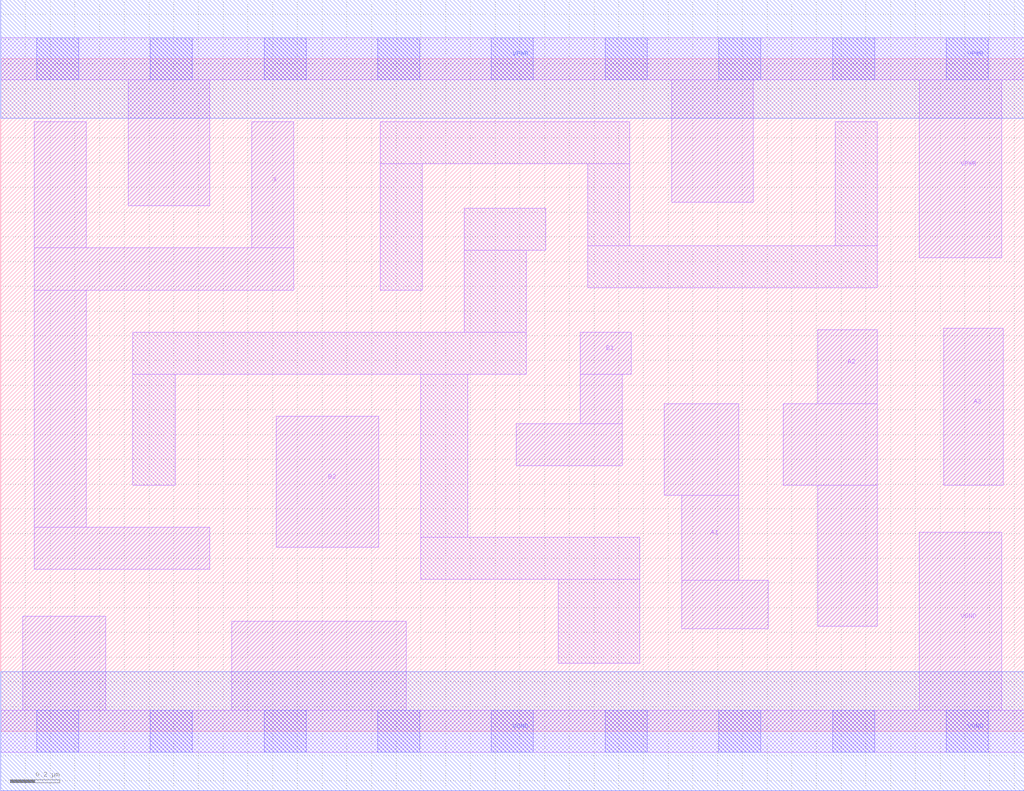
<source format=lef>
# Copyright 2020 The SkyWater PDK Authors
#
# Licensed under the Apache License, Version 2.0 (the "License");
# you may not use this file except in compliance with the License.
# You may obtain a copy of the License at
#
#     https://www.apache.org/licenses/LICENSE-2.0
#
# Unless required by applicable law or agreed to in writing, software
# distributed under the License is distributed on an "AS IS" BASIS,
# WITHOUT WARRANTIES OR CONDITIONS OF ANY KIND, either express or implied.
# See the License for the specific language governing permissions and
# limitations under the License.
#
# SPDX-License-Identifier: Apache-2.0

VERSION 5.7 ;
  NAMESCASESENSITIVE ON ;
  NOWIREEXTENSIONATPIN ON ;
  DIVIDERCHAR "/" ;
  BUSBITCHARS "[]" ;
UNITS
  DATABASE MICRONS 200 ;
END UNITS
MACRO sky130_fd_sc_hd__a32o_2
  CLASS CORE ;
  SOURCE USER ;
  FOREIGN sky130_fd_sc_hd__a32o_2 ;
  ORIGIN  0.000000  0.000000 ;
  SIZE  4.140000 BY  2.720000 ;
  SYMMETRY X Y R90 ;
  SITE unithd ;
  PIN A1
    ANTENNAGATEAREA  0.247500 ;
    DIRECTION INPUT ;
    USE SIGNAL ;
    PORT
      LAYER li1 ;
        RECT 2.685000 0.955000 2.985000 1.325000 ;
        RECT 2.755000 0.415000 3.105000 0.610000 ;
        RECT 2.755000 0.610000 2.985000 0.955000 ;
    END
  END A1
  PIN A2
    ANTENNAGATEAREA  0.247500 ;
    DIRECTION INPUT ;
    USE SIGNAL ;
    PORT
      LAYER li1 ;
        RECT 3.165000 0.995000 3.545000 1.325000 ;
        RECT 3.305000 0.425000 3.545000 0.995000 ;
        RECT 3.305000 1.325000 3.545000 1.625000 ;
    END
  END A2
  PIN A3
    ANTENNAGATEAREA  0.247500 ;
    DIRECTION INPUT ;
    USE SIGNAL ;
    PORT
      LAYER li1 ;
        RECT 3.815000 0.995000 4.055000 1.630000 ;
    END
  END A3
  PIN B1
    ANTENNAGATEAREA  0.247500 ;
    DIRECTION INPUT ;
    USE SIGNAL ;
    PORT
      LAYER li1 ;
        RECT 2.085000 1.075000 2.515000 1.245000 ;
        RECT 2.345000 1.245000 2.515000 1.445000 ;
        RECT 2.345000 1.445000 2.550000 1.615000 ;
    END
  END B1
  PIN B2
    ANTENNAGATEAREA  0.247500 ;
    DIRECTION INPUT ;
    USE SIGNAL ;
    PORT
      LAYER li1 ;
        RECT 1.115000 0.745000 1.530000 1.275000 ;
    END
  END B2
  PIN X
    ANTENNADIFFAREA  0.695500 ;
    DIRECTION OUTPUT ;
    USE SIGNAL ;
    PORT
      LAYER li1 ;
        RECT 0.135000 0.655000 0.845000 0.825000 ;
        RECT 0.135000 0.825000 0.345000 1.785000 ;
        RECT 0.135000 1.785000 1.185000 1.955000 ;
        RECT 0.135000 1.955000 0.345000 2.465000 ;
        RECT 1.015000 1.955000 1.185000 2.465000 ;
    END
  END X
  PIN VGND
    DIRECTION INOUT ;
    SHAPE ABUTMENT ;
    USE GROUND ;
    PORT
      LAYER li1 ;
        RECT 0.000000 -0.085000 4.140000 0.085000 ;
        RECT 0.090000  0.085000 0.425000 0.465000 ;
        RECT 0.935000  0.085000 1.640000 0.445000 ;
        RECT 3.715000  0.085000 4.050000 0.805000 ;
      LAYER mcon ;
        RECT 0.145000 -0.085000 0.315000 0.085000 ;
        RECT 0.605000 -0.085000 0.775000 0.085000 ;
        RECT 1.065000 -0.085000 1.235000 0.085000 ;
        RECT 1.525000 -0.085000 1.695000 0.085000 ;
        RECT 1.985000 -0.085000 2.155000 0.085000 ;
        RECT 2.445000 -0.085000 2.615000 0.085000 ;
        RECT 2.905000 -0.085000 3.075000 0.085000 ;
        RECT 3.365000 -0.085000 3.535000 0.085000 ;
        RECT 3.825000 -0.085000 3.995000 0.085000 ;
      LAYER met1 ;
        RECT 0.000000 -0.240000 4.140000 0.240000 ;
    END
  END VGND
  PIN VPWR
    DIRECTION INOUT ;
    SHAPE ABUTMENT ;
    USE POWER ;
    PORT
      LAYER li1 ;
        RECT 0.000000 2.635000 4.140000 2.805000 ;
        RECT 0.515000 2.125000 0.845000 2.635000 ;
        RECT 2.715000 2.140000 3.045000 2.635000 ;
        RECT 3.715000 1.915000 4.050000 2.635000 ;
      LAYER mcon ;
        RECT 0.145000 2.635000 0.315000 2.805000 ;
        RECT 0.605000 2.635000 0.775000 2.805000 ;
        RECT 1.065000 2.635000 1.235000 2.805000 ;
        RECT 1.525000 2.635000 1.695000 2.805000 ;
        RECT 1.985000 2.635000 2.155000 2.805000 ;
        RECT 2.445000 2.635000 2.615000 2.805000 ;
        RECT 2.905000 2.635000 3.075000 2.805000 ;
        RECT 3.365000 2.635000 3.535000 2.805000 ;
        RECT 3.825000 2.635000 3.995000 2.805000 ;
      LAYER met1 ;
        RECT 0.000000 2.480000 4.140000 2.960000 ;
    END
  END VPWR
  OBS
    LAYER li1 ;
      RECT 0.535000 0.995000 0.705000 1.445000 ;
      RECT 0.535000 1.445000 2.125000 1.615000 ;
      RECT 1.535000 1.785000 1.705000 2.295000 ;
      RECT 1.535000 2.295000 2.545000 2.465000 ;
      RECT 1.700000 0.615000 2.585000 0.785000 ;
      RECT 1.700000 0.785000 1.890000 1.445000 ;
      RECT 1.875000 1.615000 2.125000 1.945000 ;
      RECT 1.875000 1.945000 2.205000 2.115000 ;
      RECT 2.255000 0.275000 2.585000 0.615000 ;
      RECT 2.375000 1.795000 3.545000 1.965000 ;
      RECT 2.375000 1.965000 2.545000 2.295000 ;
      RECT 3.375000 1.965000 3.545000 2.465000 ;
  END
END sky130_fd_sc_hd__a32o_2

</source>
